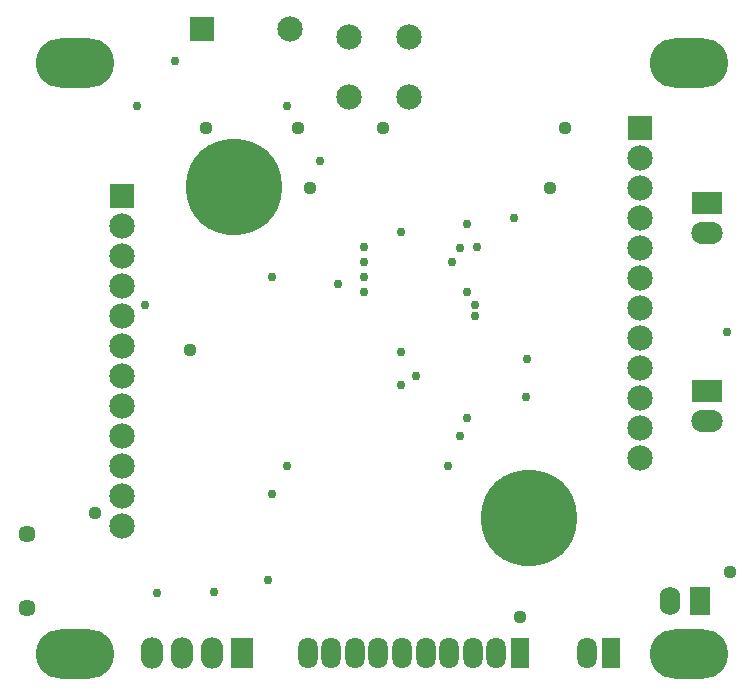
<source format=gbs>
G04*
G04 #@! TF.GenerationSoftware,Altium Limited,Altium Designer,22.7.1 (60)*
G04*
G04 Layer_Color=32639*
%FSLAX44Y44*%
%MOMM*%
G71*
G04*
G04 #@! TF.SameCoordinates,19F2358B-4240-49B2-A54B-8FB7877D19E4*
G04*
G04*
G04 #@! TF.FilePolarity,Negative*
G04*
G01*
G75*
%ADD49C,2.1500*%
%ADD50R,2.1500X2.1500*%
%ADD51C,8.1500*%
%ADD52R,2.6500X1.9000*%
%ADD53O,2.6500X1.9000*%
%ADD54O,1.9000X2.6500*%
%ADD55R,1.9000X2.6500*%
%ADD56O,1.6500X2.6500*%
%ADD57R,1.6500X2.6500*%
%ADD58C,1.4500*%
%ADD59O,6.6500X4.1500*%
%ADD60O,1.7500X2.4000*%
%ADD61R,1.7500X2.4000*%
%ADD62C,1.1152*%
%ADD63C,0.7596*%
D49*
X337820Y516890D02*
D03*
Y567690D02*
D03*
X287020D02*
D03*
Y516890D02*
D03*
X237490Y574040D02*
D03*
X533400Y210500D02*
D03*
Y235900D02*
D03*
Y261300D02*
D03*
Y286700D02*
D03*
Y312100D02*
D03*
Y337500D02*
D03*
Y362900D02*
D03*
Y388300D02*
D03*
Y413700D02*
D03*
Y439100D02*
D03*
Y464500D02*
D03*
X95250Y153350D02*
D03*
Y178750D02*
D03*
Y204150D02*
D03*
Y229550D02*
D03*
Y254950D02*
D03*
Y280350D02*
D03*
Y305750D02*
D03*
Y331150D02*
D03*
Y356550D02*
D03*
Y381950D02*
D03*
Y407350D02*
D03*
D50*
X162560Y574040D02*
D03*
X533400Y489900D02*
D03*
X95250Y432750D02*
D03*
D51*
X440000Y160000D02*
D03*
X190000Y440000D02*
D03*
D52*
X590550Y267650D02*
D03*
Y426400D02*
D03*
D53*
Y242250D02*
D03*
Y401000D02*
D03*
D54*
X146050Y45400D02*
D03*
X171450D02*
D03*
X120650D02*
D03*
D55*
X196850D02*
D03*
D56*
X292100D02*
D03*
X352100D02*
D03*
X372100D02*
D03*
X392100D02*
D03*
X412100D02*
D03*
X332100D02*
D03*
X312100D02*
D03*
X272100D02*
D03*
X252100D02*
D03*
X488950D02*
D03*
D57*
X432100D02*
D03*
X508950D02*
D03*
D58*
X14210Y146500D02*
D03*
Y84000D02*
D03*
D59*
X575000Y545000D02*
D03*
X55000D02*
D03*
Y45000D02*
D03*
X575000D02*
D03*
D60*
X558950Y89910D02*
D03*
D61*
X584350D02*
D03*
D62*
X71969Y163988D02*
D03*
X457200Y439100D02*
D03*
X166370Y489900D02*
D03*
X243840D02*
D03*
X254000Y439100D02*
D03*
X152400Y301940D02*
D03*
X469900Y489900D02*
D03*
X316230Y489900D02*
D03*
X431800Y75880D02*
D03*
X609600Y113980D02*
D03*
D63*
X607060Y317279D02*
D03*
X299903Y389753D02*
D03*
X139700Y547050D02*
D03*
X331470Y272730D02*
D03*
X218440Y107630D02*
D03*
X331470Y300670D02*
D03*
X387350Y408620D02*
D03*
X344170Y280350D02*
D03*
X299720Y376870D02*
D03*
X381000Y229550D02*
D03*
X234950Y508950D02*
D03*
X172720Y97470D02*
D03*
X381000Y388300D02*
D03*
X436880Y262570D02*
D03*
X370840Y204150D02*
D03*
X438150Y294320D02*
D03*
X393700Y340040D02*
D03*
X387350Y244790D02*
D03*
X262890Y461960D02*
D03*
X107442Y508950D02*
D03*
X114300Y340040D02*
D03*
X278130Y357820D02*
D03*
X395335Y389935D02*
D03*
X299720Y351470D02*
D03*
X234950Y204150D02*
D03*
X393700Y331150D02*
D03*
X331470Y402270D02*
D03*
X387350Y351470D02*
D03*
X299720Y364170D02*
D03*
X426720Y413700D02*
D03*
X222250Y180020D02*
D03*
X124460Y96200D02*
D03*
X374650Y376870D02*
D03*
X222250Y364170D02*
D03*
M02*

</source>
